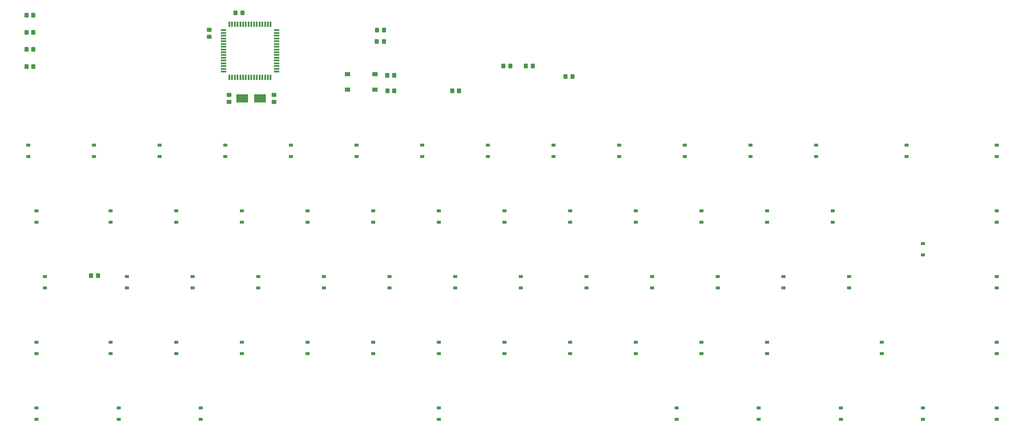
<source format=gbr>
%TF.GenerationSoftware,KiCad,Pcbnew,7.0.9*%
%TF.CreationDate,2023-12-16T12:25:38+00:00*%
%TF.ProjectId,rosco_m68k_keyboard-2,726f7363-6f5f-46d3-9638-6b5f6b657962,1*%
%TF.SameCoordinates,Original*%
%TF.FileFunction,Paste,Bot*%
%TF.FilePolarity,Positive*%
%FSLAX46Y46*%
G04 Gerber Fmt 4.6, Leading zero omitted, Abs format (unit mm)*
G04 Created by KiCad (PCBNEW 7.0.9) date 2023-12-16 12:25:38*
%MOMM*%
%LPD*%
G01*
G04 APERTURE LIST*
G04 Aperture macros list*
%AMRoundRect*
0 Rectangle with rounded corners*
0 $1 Rounding radius*
0 $2 $3 $4 $5 $6 $7 $8 $9 X,Y pos of 4 corners*
0 Add a 4 corners polygon primitive as box body*
4,1,4,$2,$3,$4,$5,$6,$7,$8,$9,$2,$3,0*
0 Add four circle primitives for the rounded corners*
1,1,$1+$1,$2,$3*
1,1,$1+$1,$4,$5*
1,1,$1+$1,$6,$7*
1,1,$1+$1,$8,$9*
0 Add four rect primitives between the rounded corners*
20,1,$1+$1,$2,$3,$4,$5,0*
20,1,$1+$1,$4,$5,$6,$7,0*
20,1,$1+$1,$6,$7,$8,$9,0*
20,1,$1+$1,$8,$9,$2,$3,0*%
G04 Aperture macros list end*
%ADD10RoundRect,0.225000X0.375000X-0.225000X0.375000X0.225000X-0.375000X0.225000X-0.375000X-0.225000X0*%
%ADD11RoundRect,0.250000X0.325000X0.450000X-0.325000X0.450000X-0.325000X-0.450000X0.325000X-0.450000X0*%
%ADD12RoundRect,0.250000X-0.325000X-0.450000X0.325000X-0.450000X0.325000X0.450000X-0.325000X0.450000X0*%
%ADD13RoundRect,0.250000X0.450000X-0.325000X0.450000X0.325000X-0.450000X0.325000X-0.450000X-0.325000X0*%
%ADD14R,1.550000X1.300000*%
%ADD15R,3.500000X2.400000*%
%ADD16R,1.500000X0.550000*%
%ADD17R,0.550000X1.500000*%
%ADD18RoundRect,0.250000X0.350000X0.450000X-0.350000X0.450000X-0.350000X-0.450000X0.350000X-0.450000X0*%
G04 APERTURE END LIST*
D10*
%TO.C,D0*%
X73151200Y-128238700D03*
X73151200Y-124938700D03*
%TD*%
D11*
%TO.C,C1*%
X231025000Y-105100000D03*
X228975000Y-105100000D03*
%TD*%
%TO.C,C2*%
X213025000Y-102000000D03*
X210975000Y-102000000D03*
%TD*%
D12*
%TO.C,C3*%
X217475000Y-102000000D03*
X219525000Y-102000000D03*
%TD*%
D13*
%TO.C,C4*%
X125659400Y-93561500D03*
X125659400Y-91511500D03*
%TD*%
D12*
%TO.C,C5*%
X133229800Y-86583700D03*
X135279800Y-86583700D03*
%TD*%
D13*
%TO.C,C6*%
X131391400Y-112425100D03*
X131391400Y-110375100D03*
%TD*%
%TO.C,C7*%
X144391400Y-112425100D03*
X144391400Y-110375100D03*
%TD*%
D11*
%TO.C,R1*%
X176325000Y-91600000D03*
X174275000Y-91600000D03*
%TD*%
%TO.C,R2*%
X176300000Y-94900000D03*
X174250000Y-94900000D03*
%TD*%
D14*
%TO.C,SW1*%
X173683200Y-104402000D03*
X165733200Y-104402000D03*
X173683200Y-108902000D03*
X165733200Y-108902000D03*
%TD*%
D15*
%TO.C,Y1*%
X135191400Y-111425100D03*
X140391400Y-111425100D03*
%TD*%
D16*
%TO.C,U1*%
X145139000Y-91654500D03*
X145139000Y-92454500D03*
X145139000Y-93254500D03*
X145139000Y-94054500D03*
X145139000Y-94854500D03*
X145139000Y-95654500D03*
X145139000Y-96454500D03*
X145139000Y-97254500D03*
X145139000Y-98054500D03*
X145139000Y-98854500D03*
X145139000Y-99654500D03*
X145139000Y-100454500D03*
X145139000Y-101254500D03*
X145139000Y-102054500D03*
X145139000Y-102854500D03*
X145139000Y-103654500D03*
D17*
X143439000Y-105354500D03*
X142639000Y-105354500D03*
X141839000Y-105354500D03*
X141039000Y-105354500D03*
X140239000Y-105354500D03*
X139439000Y-105354500D03*
X138639000Y-105354500D03*
X137839000Y-105354500D03*
X137039000Y-105354500D03*
X136239000Y-105354500D03*
X135439000Y-105354500D03*
X134639000Y-105354500D03*
X133839000Y-105354500D03*
X133039000Y-105354500D03*
X132239000Y-105354500D03*
X131439000Y-105354500D03*
D16*
X129739000Y-103654500D03*
X129739000Y-102854500D03*
X129739000Y-102054500D03*
X129739000Y-101254500D03*
X129739000Y-100454500D03*
X129739000Y-99654500D03*
X129739000Y-98854500D03*
X129739000Y-98054500D03*
X129739000Y-97254500D03*
X129739000Y-96454500D03*
X129739000Y-95654500D03*
X129739000Y-94854500D03*
X129739000Y-94054500D03*
X129739000Y-93254500D03*
X129739000Y-92454500D03*
X129739000Y-91654500D03*
D17*
X131439000Y-89954500D03*
X132239000Y-89954500D03*
X133039000Y-89954500D03*
X133839000Y-89954500D03*
X134639000Y-89954500D03*
X135439000Y-89954500D03*
X136239000Y-89954500D03*
X137039000Y-89954500D03*
X137839000Y-89954500D03*
X138639000Y-89954500D03*
X139439000Y-89954500D03*
X140239000Y-89954500D03*
X141039000Y-89954500D03*
X141839000Y-89954500D03*
X142639000Y-89954500D03*
X143439000Y-89954500D03*
%TD*%
D10*
%TO.C,D43*%
X354138700Y-166338700D03*
X354138700Y-163038700D03*
%TD*%
%TO.C,D41*%
X292226200Y-166338700D03*
X292226200Y-163038700D03*
%TD*%
%TO.C,D60*%
X123157400Y-204438700D03*
X123157400Y-201138700D03*
%TD*%
%TO.C,D44*%
X75532400Y-185388700D03*
X75532400Y-182088700D03*
%TD*%
%TO.C,D35*%
X177926200Y-166338700D03*
X177926200Y-163038700D03*
%TD*%
%TO.C,D51*%
X211263700Y-185388700D03*
X211263700Y-182088700D03*
%TD*%
%TO.C,D56*%
X320801200Y-185388700D03*
X320801200Y-182088700D03*
%TD*%
%TO.C,D54*%
X268413700Y-185388700D03*
X268413700Y-182088700D03*
%TD*%
%TO.C,D47*%
X135063700Y-185388700D03*
X135063700Y-182088700D03*
%TD*%
%TO.C,D28*%
X332707400Y-156813700D03*
X332707400Y-153513700D03*
%TD*%
%TO.C,D64*%
X308894900Y-204438700D03*
X308894900Y-201138700D03*
%TD*%
%TO.C,D6*%
X187451200Y-128238700D03*
X187451200Y-124938700D03*
%TD*%
%TO.C,D16*%
X96963700Y-147288700D03*
X96963700Y-143988700D03*
%TD*%
%TO.C,D55*%
X287463700Y-185388700D03*
X287463700Y-182088700D03*
%TD*%
D18*
%TO.C,R3*%
X93369600Y-162809300D03*
X91369600Y-162809300D03*
%TD*%
%TO.C,R5*%
X74583000Y-87295100D03*
X72583000Y-87295100D03*
%TD*%
D10*
%TO.C,D26*%
X287463700Y-147288700D03*
X287463700Y-143988700D03*
%TD*%
%TO.C,D58*%
X75532400Y-204438700D03*
X75532400Y-201138700D03*
%TD*%
D18*
%TO.C,R4*%
X74583000Y-102193500D03*
X72583000Y-102193500D03*
%TD*%
D10*
%TO.C,D14*%
X354138700Y-128238700D03*
X354138700Y-124938700D03*
%TD*%
%TO.C,D5*%
X168401200Y-128238700D03*
X168401200Y-124938700D03*
%TD*%
%TO.C,D49*%
X173163700Y-185388700D03*
X173163700Y-182088700D03*
%TD*%
%TO.C,D45*%
X96963700Y-185388700D03*
X96963700Y-182088700D03*
%TD*%
D18*
%TO.C,R9*%
X179337400Y-109221400D03*
X177337400Y-109221400D03*
%TD*%
%TO.C,R6*%
X74583000Y-92261200D03*
X72583000Y-92261200D03*
%TD*%
D10*
%TO.C,D27*%
X306513700Y-147288700D03*
X306513700Y-143988700D03*
%TD*%
%TO.C,D66*%
X354138700Y-204438700D03*
X354138700Y-201138700D03*
%TD*%
D18*
%TO.C,R7*%
X74583000Y-97227300D03*
X72583000Y-97227300D03*
%TD*%
D10*
%TO.C,D42*%
X311276200Y-166338700D03*
X311276200Y-163038700D03*
%TD*%
%TO.C,D17*%
X116013700Y-147288700D03*
X116013700Y-143988700D03*
%TD*%
%TO.C,D23*%
X230313700Y-147288700D03*
X230313700Y-143988700D03*
%TD*%
%TO.C,D21*%
X192213700Y-147288700D03*
X192213700Y-143988700D03*
%TD*%
%TO.C,D22*%
X211263700Y-147288700D03*
X211263700Y-143988700D03*
%TD*%
%TO.C,D19*%
X154113700Y-147288700D03*
X154113700Y-143988700D03*
%TD*%
%TO.C,D32*%
X120776200Y-166338700D03*
X120776200Y-163038700D03*
%TD*%
%TO.C,D65*%
X332707400Y-204438700D03*
X332707400Y-201138700D03*
%TD*%
%TO.C,D15*%
X75532400Y-147288700D03*
X75532400Y-143988700D03*
%TD*%
%TO.C,D9*%
X244601200Y-128238700D03*
X244601200Y-124938700D03*
%TD*%
%TO.C,D10*%
X263651200Y-128238700D03*
X263651200Y-124938700D03*
%TD*%
%TO.C,D30*%
X77913700Y-166338700D03*
X77913700Y-163038700D03*
%TD*%
%TO.C,D61*%
X192213700Y-204438700D03*
X192213700Y-201138700D03*
%TD*%
%TO.C,D7*%
X206501200Y-128238700D03*
X206501200Y-124938700D03*
%TD*%
%TO.C,D29*%
X354138700Y-147288700D03*
X354138700Y-143988700D03*
%TD*%
%TO.C,D39*%
X254126200Y-166338700D03*
X254126200Y-163038700D03*
%TD*%
%TO.C,D13*%
X327944900Y-128238700D03*
X327944900Y-124938700D03*
%TD*%
%TO.C,D53*%
X249363700Y-185388700D03*
X249363700Y-182088700D03*
%TD*%
%TO.C,D50*%
X192213700Y-185388700D03*
X192213700Y-182088700D03*
%TD*%
%TO.C,D11*%
X282701200Y-128238700D03*
X282701200Y-124938700D03*
%TD*%
%TO.C,D31*%
X101726200Y-166338700D03*
X101726200Y-163038700D03*
%TD*%
%TO.C,D25*%
X268413700Y-147288700D03*
X268413700Y-143988700D03*
%TD*%
%TO.C,D40*%
X273176200Y-166338700D03*
X273176200Y-163038700D03*
%TD*%
%TO.C,D63*%
X285082400Y-204438700D03*
X285082400Y-201138700D03*
%TD*%
D18*
%TO.C,R8*%
X179261200Y-104728400D03*
X177261200Y-104728400D03*
%TD*%
D10*
%TO.C,D37*%
X216026200Y-166338700D03*
X216026200Y-163038700D03*
%TD*%
%TO.C,D62*%
X261269900Y-204438700D03*
X261269900Y-201138700D03*
%TD*%
%TO.C,D59*%
X99344900Y-204438700D03*
X99344900Y-201138700D03*
%TD*%
%TO.C,D57*%
X354138700Y-185388700D03*
X354138700Y-182088700D03*
%TD*%
%TO.C,D1*%
X92201200Y-128238700D03*
X92201200Y-124938700D03*
%TD*%
%TO.C,D36*%
X196976200Y-166338700D03*
X196976200Y-163038700D03*
%TD*%
%TO.C,D18*%
X135063700Y-147288700D03*
X135063700Y-143988700D03*
%TD*%
D18*
%TO.C,R10*%
X198132200Y-109221400D03*
X196132200Y-109221400D03*
%TD*%
D10*
%TO.C,D4*%
X149351200Y-128238700D03*
X149351200Y-124938700D03*
%TD*%
%TO.C,D33*%
X139826200Y-166338700D03*
X139826200Y-163038700D03*
%TD*%
%TO.C,D46*%
X116013700Y-185388700D03*
X116013700Y-182088700D03*
%TD*%
%TO.C,D34*%
X158876200Y-166338700D03*
X158876200Y-163038700D03*
%TD*%
%TO.C,D12*%
X301751200Y-128238700D03*
X301751200Y-124938700D03*
%TD*%
%TO.C,D24*%
X249363700Y-147288700D03*
X249363700Y-143988700D03*
%TD*%
%TO.C,D48*%
X154113700Y-185388700D03*
X154113700Y-182088700D03*
%TD*%
%TO.C,D38*%
X235076200Y-166338700D03*
X235076200Y-163038700D03*
%TD*%
%TO.C,D52*%
X230313700Y-185388700D03*
X230313700Y-182088700D03*
%TD*%
%TO.C,D2*%
X111251200Y-128238700D03*
X111251200Y-124938700D03*
%TD*%
%TO.C,D20*%
X173163700Y-147288700D03*
X173163700Y-143988700D03*
%TD*%
%TO.C,D8*%
X225551200Y-128238700D03*
X225551200Y-124938700D03*
%TD*%
%TO.C,D3*%
X130301200Y-128238700D03*
X130301200Y-124938700D03*
%TD*%
M02*

</source>
